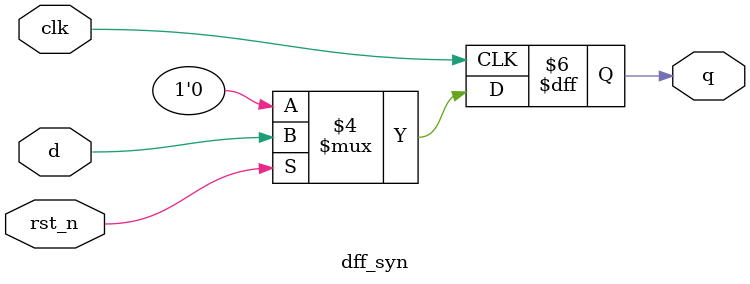
<source format=v>
module d_latch( q, 
		d,
		clk, 
		rst_n);

output q ;
input d ;
input clk ;
input rst_n ;

reg q ;

always @ (d or clk or rst_n) begin
	if(rst_n == 1'b0) begin
		q <= 1'b0 ;
	end else begin
		if(clk == 1'b1) begin
			q <= d ;
		end
	end
end
endmodule

module dff_asyn( q,
		 d, 
		 clk,
		 rst_n);

output q ;
input d ;
input clk ;
input rst_n ;

reg q ;

always @ (posedge clk or negedge rst_n) begin
	if(rst_n == 1'b0) begin
		q <= 1'b0 ;
	end else begin
		q <= d ;
	end
end
endmodule

module dff_syn(	q,
		d,
		clk,
		rst_n);

output q ;
input d ;
input clk ;
input rst_n ;

reg q ;

always @ (posedge clk) begin
	if(rst_n == 1'b0) begin
		q <= 1'b0 ;
	end else begin
		q <= d ;
	end
end
endmodule

</source>
